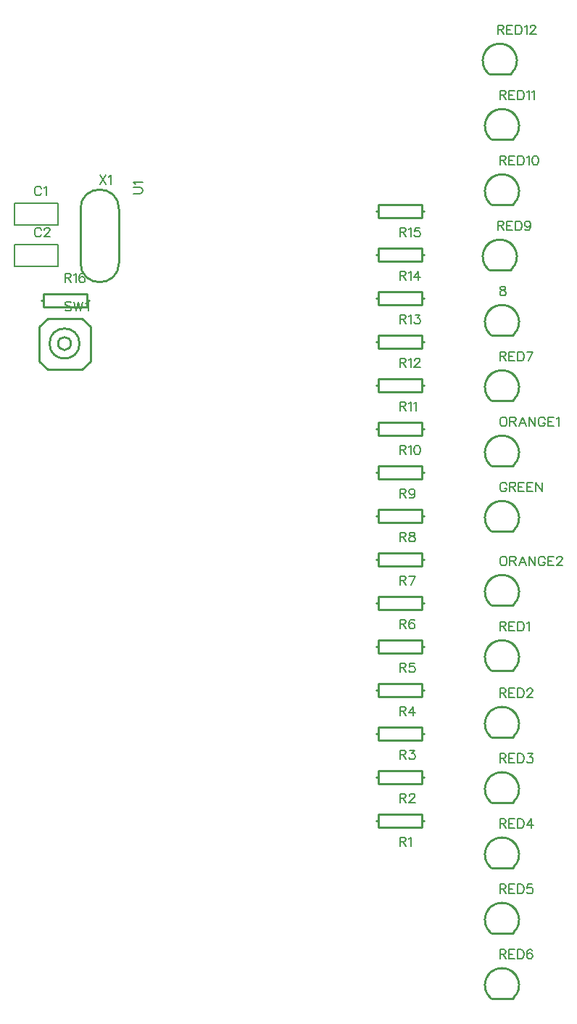
<source format=gto>
G04 ---------------------------- Layer name :TOP SILK LAYER*
G04 EasyEDA v5.8.20, Fri, 26 Oct 2018 20:07:39 GMT*
G04 Gerber Generator version 0.2*
G04 Scale: 100 percent, Rotated: No, Reflected: No *
G04 Dimensions in inches *
G04 leading zeros omitted , absolute positions ,2 integer and 4 decimal *
%FSLAX24Y24*%
%MOIN*%
G90*
G70D02*

%ADD10C,0.010000*%
%ADD19C,0.007900*%
%ADD20C,0.007000*%

%LPD*%
G54D10*
G01X23900Y31400D02*
G01X24903Y31397D01*
G01X23900Y19000D02*
G01X24903Y18997D01*
G01X23900Y22400D02*
G01X24903Y22397D01*
G01X23900Y16000D02*
G01X24903Y15997D01*
G01X23900Y12938D02*
G01X24903Y12935D01*
G01X23900Y9938D02*
G01X24903Y9935D01*
G01X23800Y34400D02*
G01X24803Y34397D01*
G01X23900Y28400D02*
G01X24903Y28397D01*
G01X23900Y6938D02*
G01X24903Y6935D01*
G01X23900Y3938D02*
G01X24903Y3935D01*
G01X23900Y938D02*
G01X24903Y935D01*
G01X23800Y43400D02*
G01X24803Y43397D01*
G01X23900Y40400D02*
G01X24903Y40397D01*
G01X23900Y37400D02*
G01X24903Y37397D01*
G01X23900Y25400D02*
G01X24903Y25397D01*
G01X20700Y8800D02*
G01X18700Y8800D01*
G01X18700Y8800D02*
G01X18700Y9100D01*
G01X18700Y9100D02*
G01X18700Y9400D01*
G01X18700Y9400D02*
G01X20700Y9400D01*
G01X20700Y9400D02*
G01X20700Y9100D01*
G01X20700Y9100D02*
G01X20700Y8800D01*
G01X18700Y9100D02*
G01X18600Y9100D01*
G01X20700Y9100D02*
G01X20800Y9100D01*
G01X20700Y10800D02*
G01X18700Y10800D01*
G01X18700Y10800D02*
G01X18700Y11100D01*
G01X18700Y11100D02*
G01X18700Y11400D01*
G01X18700Y11400D02*
G01X20700Y11400D01*
G01X20700Y11400D02*
G01X20700Y11100D01*
G01X20700Y11100D02*
G01X20700Y10800D01*
G01X18700Y11100D02*
G01X18600Y11100D01*
G01X20700Y11100D02*
G01X20800Y11100D01*
G01X20700Y12800D02*
G01X18700Y12800D01*
G01X18700Y12800D02*
G01X18700Y13100D01*
G01X18700Y13100D02*
G01X18700Y13400D01*
G01X18700Y13400D02*
G01X20700Y13400D01*
G01X20700Y13400D02*
G01X20700Y13100D01*
G01X20700Y13100D02*
G01X20700Y12800D01*
G01X18700Y13100D02*
G01X18600Y13100D01*
G01X20700Y13100D02*
G01X20800Y13100D01*
G01X20700Y14800D02*
G01X18700Y14800D01*
G01X18700Y14800D02*
G01X18700Y15100D01*
G01X18700Y15100D02*
G01X18700Y15400D01*
G01X18700Y15400D02*
G01X20700Y15400D01*
G01X20700Y15400D02*
G01X20700Y15100D01*
G01X20700Y15100D02*
G01X20700Y14800D01*
G01X18700Y15100D02*
G01X18600Y15100D01*
G01X20700Y15100D02*
G01X20800Y15100D01*
G01X20700Y16800D02*
G01X18700Y16800D01*
G01X18700Y16800D02*
G01X18700Y17100D01*
G01X18700Y17100D02*
G01X18700Y17400D01*
G01X18700Y17400D02*
G01X20700Y17400D01*
G01X20700Y17400D02*
G01X20700Y17100D01*
G01X20700Y17100D02*
G01X20700Y16800D01*
G01X18700Y17100D02*
G01X18600Y17100D01*
G01X20700Y17100D02*
G01X20800Y17100D01*
G01X20700Y18800D02*
G01X18700Y18800D01*
G01X18700Y18800D02*
G01X18700Y19100D01*
G01X18700Y19100D02*
G01X18700Y19400D01*
G01X18700Y19400D02*
G01X20700Y19400D01*
G01X20700Y19400D02*
G01X20700Y19100D01*
G01X20700Y19100D02*
G01X20700Y18800D01*
G01X18700Y19100D02*
G01X18600Y19100D01*
G01X20700Y19100D02*
G01X20800Y19100D01*
G01X20700Y20800D02*
G01X18700Y20800D01*
G01X18700Y20800D02*
G01X18700Y21100D01*
G01X18700Y21100D02*
G01X18700Y21400D01*
G01X18700Y21400D02*
G01X20700Y21400D01*
G01X20700Y21400D02*
G01X20700Y21100D01*
G01X20700Y21100D02*
G01X20700Y20800D01*
G01X18700Y21100D02*
G01X18600Y21100D01*
G01X20700Y21100D02*
G01X20800Y21100D01*
G01X20700Y22800D02*
G01X18700Y22800D01*
G01X18700Y22800D02*
G01X18700Y23100D01*
G01X18700Y23100D02*
G01X18700Y23400D01*
G01X18700Y23400D02*
G01X20700Y23400D01*
G01X20700Y23400D02*
G01X20700Y23100D01*
G01X20700Y23100D02*
G01X20700Y22800D01*
G01X18700Y23100D02*
G01X18600Y23100D01*
G01X20700Y23100D02*
G01X20800Y23100D01*
G01X20700Y24800D02*
G01X18700Y24800D01*
G01X18700Y24800D02*
G01X18700Y25100D01*
G01X18700Y25100D02*
G01X18700Y25400D01*
G01X18700Y25400D02*
G01X20700Y25400D01*
G01X20700Y25400D02*
G01X20700Y25100D01*
G01X20700Y25100D02*
G01X20700Y24800D01*
G01X18700Y25100D02*
G01X18600Y25100D01*
G01X20700Y25100D02*
G01X20800Y25100D01*
G01X20700Y26800D02*
G01X18700Y26800D01*
G01X18700Y26800D02*
G01X18700Y27100D01*
G01X18700Y27100D02*
G01X18700Y27400D01*
G01X18700Y27400D02*
G01X20700Y27400D01*
G01X20700Y27400D02*
G01X20700Y27100D01*
G01X20700Y27100D02*
G01X20700Y26800D01*
G01X18700Y27100D02*
G01X18600Y27100D01*
G01X20700Y27100D02*
G01X20800Y27100D01*
G01X20700Y28800D02*
G01X18700Y28800D01*
G01X18700Y28800D02*
G01X18700Y29100D01*
G01X18700Y29100D02*
G01X18700Y29400D01*
G01X18700Y29400D02*
G01X20700Y29400D01*
G01X20700Y29400D02*
G01X20700Y29100D01*
G01X20700Y29100D02*
G01X20700Y28800D01*
G01X18700Y29100D02*
G01X18600Y29100D01*
G01X20700Y29100D02*
G01X20800Y29100D01*
G01X20700Y30800D02*
G01X18700Y30800D01*
G01X18700Y30800D02*
G01X18700Y31100D01*
G01X18700Y31100D02*
G01X18700Y31400D01*
G01X18700Y31400D02*
G01X20700Y31400D01*
G01X20700Y31400D02*
G01X20700Y31100D01*
G01X20700Y31100D02*
G01X20700Y30800D01*
G01X18700Y31100D02*
G01X18600Y31100D01*
G01X20700Y31100D02*
G01X20800Y31100D01*
G01X20700Y32800D02*
G01X18700Y32800D01*
G01X18700Y32800D02*
G01X18700Y33100D01*
G01X18700Y33100D02*
G01X18700Y33400D01*
G01X18700Y33400D02*
G01X20700Y33400D01*
G01X20700Y33400D02*
G01X20700Y33100D01*
G01X20700Y33100D02*
G01X20700Y32800D01*
G01X18700Y33100D02*
G01X18600Y33100D01*
G01X20700Y33100D02*
G01X20800Y33100D01*
G01X20700Y34800D02*
G01X18700Y34800D01*
G01X18700Y34800D02*
G01X18700Y35100D01*
G01X18700Y35100D02*
G01X18700Y35400D01*
G01X18700Y35400D02*
G01X20700Y35400D01*
G01X20700Y35400D02*
G01X20700Y35100D01*
G01X20700Y35100D02*
G01X20700Y34800D01*
G01X18700Y35100D02*
G01X18600Y35100D01*
G01X20700Y35100D02*
G01X20800Y35100D01*
G01X20700Y36800D02*
G01X18700Y36800D01*
G01X18700Y36800D02*
G01X18700Y37100D01*
G01X18700Y37100D02*
G01X18700Y37400D01*
G01X18700Y37400D02*
G01X20700Y37400D01*
G01X20700Y37400D02*
G01X20700Y37100D01*
G01X20700Y37100D02*
G01X20700Y36800D01*
G01X18700Y37100D02*
G01X18600Y37100D01*
G01X20700Y37100D02*
G01X20800Y37100D01*
G01X3118Y31787D02*
G01X3512Y32181D01*
G01X5087Y32181D01*
G01X5481Y31787D01*
G01X5481Y30212D01*
G01X5087Y29818D01*
G01X3512Y29818D01*
G01X3118Y30212D01*
G01X3118Y31787D01*
G01X3300Y33300D02*
G01X5300Y33300D01*
G01X5300Y33300D02*
G01X5300Y33000D01*
G01X5300Y33000D02*
G01X5300Y32700D01*
G01X5300Y32700D02*
G01X3300Y32700D01*
G01X3300Y32700D02*
G01X3300Y33000D01*
G01X3300Y33000D02*
G01X3300Y33300D01*
G01X5300Y33000D02*
G01X5400Y33000D01*
G01X3300Y33000D02*
G01X3200Y33000D01*
G54D19*
G01X3989Y37469D02*
G01X1988Y37469D01*
G01X1988Y36469D01*
G01X3989Y36469D01*
G01X3989Y37469D01*
G01X3989Y35569D02*
G01X1988Y35569D01*
G01X1988Y34569D01*
G01X3989Y34569D01*
G01X3989Y35569D01*
G54D10*
G01X6785Y34724D02*
G01X6785Y37204D01*
G01X5014Y34724D02*
G01X5014Y37204D01*
G54D20*
G01X24402Y33644D02*
G01X24340Y33625D01*
G01X24319Y33584D01*
G01X24319Y33542D01*
G01X24340Y33502D01*
G01X24381Y33482D01*
G01X24464Y33461D01*
G01X24525Y33440D01*
G01X24565Y33400D01*
G01X24585Y33359D01*
G01X24585Y33298D01*
G01X24565Y33257D01*
G01X24544Y33236D01*
G01X24484Y33215D01*
G01X24402Y33215D01*
G01X24340Y33236D01*
G01X24319Y33257D01*
G01X24300Y33298D01*
G01X24300Y33359D01*
G01X24319Y33400D01*
G01X24360Y33440D01*
G01X24422Y33461D01*
G01X24505Y33482D01*
G01X24544Y33502D01*
G01X24565Y33542D01*
G01X24565Y33584D01*
G01X24544Y33625D01*
G01X24484Y33644D01*
G01X24402Y33644D01*
G01X24422Y21244D02*
G01X24381Y21225D01*
G01X24340Y21184D01*
G01X24319Y21142D01*
G01X24300Y21082D01*
G01X24300Y20980D01*
G01X24319Y20917D01*
G01X24340Y20877D01*
G01X24381Y20836D01*
G01X24422Y20815D01*
G01X24505Y20815D01*
G01X24544Y20836D01*
G01X24585Y20877D01*
G01X24606Y20917D01*
G01X24627Y20980D01*
G01X24627Y21082D01*
G01X24606Y21142D01*
G01X24585Y21184D01*
G01X24544Y21225D01*
G01X24505Y21244D01*
G01X24422Y21244D01*
G01X24761Y21244D02*
G01X24761Y20815D01*
G01X24761Y21244D02*
G01X24946Y21244D01*
G01X25007Y21225D01*
G01X25027Y21205D01*
G01X25048Y21163D01*
G01X25048Y21123D01*
G01X25027Y21082D01*
G01X25007Y21061D01*
G01X24946Y21040D01*
G01X24761Y21040D01*
G01X24905Y21040D02*
G01X25048Y20815D01*
G01X25347Y21244D02*
G01X25184Y20815D01*
G01X25347Y21244D02*
G01X25510Y20815D01*
G01X25244Y20959D02*
G01X25450Y20959D01*
G01X25646Y21244D02*
G01X25646Y20815D01*
G01X25646Y21244D02*
G01X25931Y20815D01*
G01X25931Y21244D02*
G01X25931Y20815D01*
G01X26373Y21142D02*
G01X26353Y21184D01*
G01X26313Y21225D01*
G01X26272Y21244D01*
G01X26189Y21244D01*
G01X26148Y21225D01*
G01X26107Y21184D01*
G01X26088Y21142D01*
G01X26067Y21082D01*
G01X26067Y20980D01*
G01X26088Y20917D01*
G01X26107Y20877D01*
G01X26148Y20836D01*
G01X26189Y20815D01*
G01X26272Y20815D01*
G01X26313Y20836D01*
G01X26353Y20877D01*
G01X26373Y20917D01*
G01X26373Y20980D01*
G01X26272Y20980D02*
G01X26373Y20980D01*
G01X26509Y21244D02*
G01X26509Y20815D01*
G01X26509Y21244D02*
G01X26775Y21244D01*
G01X26509Y21040D02*
G01X26672Y21040D01*
G01X26509Y20815D02*
G01X26775Y20815D01*
G01X26930Y21142D02*
G01X26930Y21163D01*
G01X26951Y21205D01*
G01X26971Y21225D01*
G01X27011Y21244D01*
G01X27093Y21244D01*
G01X27135Y21225D01*
G01X27155Y21205D01*
G01X27176Y21163D01*
G01X27176Y21123D01*
G01X27155Y21082D01*
G01X27114Y21019D01*
G01X26910Y20815D01*
G01X27196Y20815D01*
G01X24606Y24542D02*
G01X24585Y24584D01*
G01X24544Y24625D01*
G01X24505Y24644D01*
G01X24422Y24644D01*
G01X24381Y24625D01*
G01X24340Y24584D01*
G01X24319Y24542D01*
G01X24300Y24482D01*
G01X24300Y24380D01*
G01X24319Y24317D01*
G01X24340Y24277D01*
G01X24381Y24236D01*
G01X24422Y24215D01*
G01X24505Y24215D01*
G01X24544Y24236D01*
G01X24585Y24277D01*
G01X24606Y24317D01*
G01X24606Y24380D01*
G01X24505Y24380D02*
G01X24606Y24380D01*
G01X24742Y24644D02*
G01X24742Y24215D01*
G01X24742Y24644D02*
G01X24926Y24644D01*
G01X24986Y24625D01*
G01X25007Y24605D01*
G01X25027Y24563D01*
G01X25027Y24523D01*
G01X25007Y24482D01*
G01X24986Y24461D01*
G01X24926Y24440D01*
G01X24742Y24440D01*
G01X24885Y24440D02*
G01X25027Y24215D01*
G01X25163Y24644D02*
G01X25163Y24215D01*
G01X25163Y24644D02*
G01X25428Y24644D01*
G01X25163Y24440D02*
G01X25327Y24440D01*
G01X25163Y24215D02*
G01X25428Y24215D01*
G01X25564Y24644D02*
G01X25564Y24215D01*
G01X25564Y24644D02*
G01X25830Y24644D01*
G01X25564Y24440D02*
G01X25727Y24440D01*
G01X25564Y24215D02*
G01X25830Y24215D01*
G01X25964Y24644D02*
G01X25964Y24215D01*
G01X25964Y24644D02*
G01X26251Y24215D01*
G01X26251Y24644D02*
G01X26251Y24215D01*
G01X24300Y18244D02*
G01X24300Y17815D01*
G01X24300Y18244D02*
G01X24484Y18244D01*
G01X24544Y18225D01*
G01X24565Y18205D01*
G01X24585Y18163D01*
G01X24585Y18123D01*
G01X24565Y18082D01*
G01X24544Y18061D01*
G01X24484Y18040D01*
G01X24300Y18040D01*
G01X24443Y18040D02*
G01X24585Y17815D01*
G01X24721Y18244D02*
G01X24721Y17815D01*
G01X24721Y18244D02*
G01X24986Y18244D01*
G01X24721Y18040D02*
G01X24885Y18040D01*
G01X24721Y17815D02*
G01X24986Y17815D01*
G01X25122Y18244D02*
G01X25122Y17815D01*
G01X25122Y18244D02*
G01X25264Y18244D01*
G01X25327Y18225D01*
G01X25368Y18184D01*
G01X25388Y18142D01*
G01X25409Y18082D01*
G01X25409Y17980D01*
G01X25388Y17917D01*
G01X25368Y17877D01*
G01X25327Y17836D01*
G01X25264Y17815D01*
G01X25122Y17815D01*
G01X25543Y18163D02*
G01X25585Y18184D01*
G01X25646Y18244D01*
G01X25646Y17815D01*
G01X24300Y15182D02*
G01X24300Y14753D01*
G01X24300Y15182D02*
G01X24484Y15182D01*
G01X24544Y15163D01*
G01X24565Y15142D01*
G01X24585Y15101D01*
G01X24585Y15061D01*
G01X24565Y15019D01*
G01X24544Y14998D01*
G01X24484Y14978D01*
G01X24300Y14978D01*
G01X24443Y14978D02*
G01X24585Y14753D01*
G01X24721Y15182D02*
G01X24721Y14753D01*
G01X24721Y15182D02*
G01X24986Y15182D01*
G01X24721Y14978D02*
G01X24885Y14978D01*
G01X24721Y14753D02*
G01X24986Y14753D01*
G01X25122Y15182D02*
G01X25122Y14753D01*
G01X25122Y15182D02*
G01X25264Y15182D01*
G01X25327Y15163D01*
G01X25368Y15121D01*
G01X25388Y15080D01*
G01X25409Y15019D01*
G01X25409Y14917D01*
G01X25388Y14855D01*
G01X25368Y14815D01*
G01X25327Y14773D01*
G01X25264Y14753D01*
G01X25122Y14753D01*
G01X25564Y15080D02*
G01X25564Y15101D01*
G01X25585Y15142D01*
G01X25605Y15163D01*
G01X25646Y15182D01*
G01X25727Y15182D01*
G01X25768Y15163D01*
G01X25789Y15142D01*
G01X25810Y15101D01*
G01X25810Y15061D01*
G01X25789Y15019D01*
G01X25747Y14957D01*
G01X25543Y14753D01*
G01X25830Y14753D01*
G01X24300Y12182D02*
G01X24300Y11753D01*
G01X24300Y12182D02*
G01X24484Y12182D01*
G01X24544Y12163D01*
G01X24565Y12142D01*
G01X24585Y12101D01*
G01X24585Y12061D01*
G01X24565Y12019D01*
G01X24544Y11998D01*
G01X24484Y11978D01*
G01X24300Y11978D01*
G01X24443Y11978D02*
G01X24585Y11753D01*
G01X24721Y12182D02*
G01X24721Y11753D01*
G01X24721Y12182D02*
G01X24986Y12182D01*
G01X24721Y11978D02*
G01X24885Y11978D01*
G01X24721Y11753D02*
G01X24986Y11753D01*
G01X25122Y12182D02*
G01X25122Y11753D01*
G01X25122Y12182D02*
G01X25264Y12182D01*
G01X25327Y12163D01*
G01X25368Y12121D01*
G01X25388Y12080D01*
G01X25409Y12019D01*
G01X25409Y11917D01*
G01X25388Y11855D01*
G01X25368Y11815D01*
G01X25327Y11773D01*
G01X25264Y11753D01*
G01X25122Y11753D01*
G01X25585Y12182D02*
G01X25810Y12182D01*
G01X25686Y12019D01*
G01X25747Y12019D01*
G01X25789Y11998D01*
G01X25810Y11978D01*
G01X25830Y11917D01*
G01X25830Y11876D01*
G01X25810Y11815D01*
G01X25768Y11773D01*
G01X25706Y11753D01*
G01X25646Y11753D01*
G01X25585Y11773D01*
G01X25564Y11794D01*
G01X25543Y11836D01*
G01X24200Y36644D02*
G01X24200Y36215D01*
G01X24200Y36644D02*
G01X24384Y36644D01*
G01X24444Y36625D01*
G01X24465Y36605D01*
G01X24485Y36563D01*
G01X24485Y36523D01*
G01X24465Y36482D01*
G01X24444Y36461D01*
G01X24384Y36440D01*
G01X24200Y36440D01*
G01X24343Y36440D02*
G01X24485Y36215D01*
G01X24621Y36644D02*
G01X24621Y36215D01*
G01X24621Y36644D02*
G01X24886Y36644D01*
G01X24621Y36440D02*
G01X24785Y36440D01*
G01X24621Y36215D02*
G01X24886Y36215D01*
G01X25022Y36644D02*
G01X25022Y36215D01*
G01X25022Y36644D02*
G01X25164Y36644D01*
G01X25227Y36625D01*
G01X25268Y36584D01*
G01X25288Y36542D01*
G01X25309Y36482D01*
G01X25309Y36380D01*
G01X25288Y36317D01*
G01X25268Y36277D01*
G01X25227Y36236D01*
G01X25164Y36215D01*
G01X25022Y36215D01*
G01X25710Y36502D02*
G01X25689Y36440D01*
G01X25647Y36400D01*
G01X25586Y36380D01*
G01X25565Y36380D01*
G01X25505Y36400D01*
G01X25464Y36440D01*
G01X25443Y36502D01*
G01X25443Y36523D01*
G01X25464Y36584D01*
G01X25505Y36625D01*
G01X25565Y36644D01*
G01X25586Y36644D01*
G01X25647Y36625D01*
G01X25689Y36584D01*
G01X25710Y36502D01*
G01X25710Y36400D01*
G01X25689Y36298D01*
G01X25647Y36236D01*
G01X25586Y36215D01*
G01X25546Y36215D01*
G01X25485Y36236D01*
G01X25464Y36277D01*
G01X24300Y30644D02*
G01X24300Y30215D01*
G01X24300Y30644D02*
G01X24484Y30644D01*
G01X24544Y30625D01*
G01X24565Y30605D01*
G01X24585Y30563D01*
G01X24585Y30523D01*
G01X24565Y30482D01*
G01X24544Y30461D01*
G01X24484Y30440D01*
G01X24300Y30440D01*
G01X24443Y30440D02*
G01X24585Y30215D01*
G01X24721Y30644D02*
G01X24721Y30215D01*
G01X24721Y30644D02*
G01X24986Y30644D01*
G01X24721Y30440D02*
G01X24885Y30440D01*
G01X24721Y30215D02*
G01X24986Y30215D01*
G01X25122Y30644D02*
G01X25122Y30215D01*
G01X25122Y30644D02*
G01X25264Y30644D01*
G01X25327Y30625D01*
G01X25368Y30584D01*
G01X25388Y30542D01*
G01X25409Y30482D01*
G01X25409Y30380D01*
G01X25388Y30317D01*
G01X25368Y30277D01*
G01X25327Y30236D01*
G01X25264Y30215D01*
G01X25122Y30215D01*
G01X25830Y30644D02*
G01X25625Y30215D01*
G01X25543Y30644D02*
G01X25830Y30644D01*
G01X24300Y9182D02*
G01X24300Y8753D01*
G01X24300Y9182D02*
G01X24484Y9182D01*
G01X24544Y9163D01*
G01X24565Y9142D01*
G01X24585Y9101D01*
G01X24585Y9061D01*
G01X24565Y9019D01*
G01X24544Y8998D01*
G01X24484Y8978D01*
G01X24300Y8978D01*
G01X24443Y8978D02*
G01X24585Y8753D01*
G01X24721Y9182D02*
G01X24721Y8753D01*
G01X24721Y9182D02*
G01X24986Y9182D01*
G01X24721Y8978D02*
G01X24885Y8978D01*
G01X24721Y8753D02*
G01X24986Y8753D01*
G01X25122Y9182D02*
G01X25122Y8753D01*
G01X25122Y9182D02*
G01X25264Y9182D01*
G01X25327Y9163D01*
G01X25368Y9121D01*
G01X25388Y9080D01*
G01X25409Y9019D01*
G01X25409Y8917D01*
G01X25388Y8855D01*
G01X25368Y8815D01*
G01X25327Y8773D01*
G01X25264Y8753D01*
G01X25122Y8753D01*
G01X25747Y9182D02*
G01X25543Y8896D01*
G01X25850Y8896D01*
G01X25747Y9182D02*
G01X25747Y8753D01*
G01X24300Y6182D02*
G01X24300Y5753D01*
G01X24300Y6182D02*
G01X24484Y6182D01*
G01X24544Y6163D01*
G01X24565Y6142D01*
G01X24585Y6101D01*
G01X24585Y6061D01*
G01X24565Y6019D01*
G01X24544Y5998D01*
G01X24484Y5978D01*
G01X24300Y5978D01*
G01X24443Y5978D02*
G01X24585Y5753D01*
G01X24721Y6182D02*
G01X24721Y5753D01*
G01X24721Y6182D02*
G01X24986Y6182D01*
G01X24721Y5978D02*
G01X24885Y5978D01*
G01X24721Y5753D02*
G01X24986Y5753D01*
G01X25122Y6182D02*
G01X25122Y5753D01*
G01X25122Y6182D02*
G01X25264Y6182D01*
G01X25327Y6163D01*
G01X25368Y6121D01*
G01X25388Y6080D01*
G01X25409Y6019D01*
G01X25409Y5917D01*
G01X25388Y5855D01*
G01X25368Y5815D01*
G01X25327Y5773D01*
G01X25264Y5753D01*
G01X25122Y5753D01*
G01X25789Y6182D02*
G01X25585Y6182D01*
G01X25564Y5998D01*
G01X25585Y6019D01*
G01X25646Y6040D01*
G01X25706Y6040D01*
G01X25768Y6019D01*
G01X25810Y5978D01*
G01X25830Y5917D01*
G01X25830Y5876D01*
G01X25810Y5815D01*
G01X25768Y5773D01*
G01X25706Y5753D01*
G01X25646Y5753D01*
G01X25585Y5773D01*
G01X25564Y5794D01*
G01X25543Y5836D01*
G01X24300Y3182D02*
G01X24300Y2753D01*
G01X24300Y3182D02*
G01X24484Y3182D01*
G01X24544Y3163D01*
G01X24565Y3142D01*
G01X24585Y3101D01*
G01X24585Y3061D01*
G01X24565Y3019D01*
G01X24544Y2998D01*
G01X24484Y2978D01*
G01X24300Y2978D01*
G01X24443Y2978D02*
G01X24585Y2753D01*
G01X24721Y3182D02*
G01X24721Y2753D01*
G01X24721Y3182D02*
G01X24986Y3182D01*
G01X24721Y2978D02*
G01X24885Y2978D01*
G01X24721Y2753D02*
G01X24986Y2753D01*
G01X25122Y3182D02*
G01X25122Y2753D01*
G01X25122Y3182D02*
G01X25264Y3182D01*
G01X25327Y3163D01*
G01X25368Y3121D01*
G01X25388Y3080D01*
G01X25409Y3019D01*
G01X25409Y2917D01*
G01X25388Y2855D01*
G01X25368Y2815D01*
G01X25327Y2773D01*
G01X25264Y2753D01*
G01X25122Y2753D01*
G01X25789Y3121D02*
G01X25768Y3163D01*
G01X25706Y3182D01*
G01X25665Y3182D01*
G01X25605Y3163D01*
G01X25564Y3101D01*
G01X25543Y2998D01*
G01X25543Y2896D01*
G01X25564Y2815D01*
G01X25605Y2773D01*
G01X25665Y2753D01*
G01X25686Y2753D01*
G01X25747Y2773D01*
G01X25789Y2815D01*
G01X25810Y2876D01*
G01X25810Y2896D01*
G01X25789Y2957D01*
G01X25747Y2998D01*
G01X25686Y3019D01*
G01X25665Y3019D01*
G01X25605Y2998D01*
G01X25564Y2957D01*
G01X25543Y2896D01*
G01X24200Y45644D02*
G01X24200Y45215D01*
G01X24200Y45644D02*
G01X24384Y45644D01*
G01X24444Y45625D01*
G01X24465Y45605D01*
G01X24485Y45563D01*
G01X24485Y45523D01*
G01X24465Y45482D01*
G01X24444Y45461D01*
G01X24384Y45440D01*
G01X24200Y45440D01*
G01X24343Y45440D02*
G01X24485Y45215D01*
G01X24621Y45644D02*
G01X24621Y45215D01*
G01X24621Y45644D02*
G01X24886Y45644D01*
G01X24621Y45440D02*
G01X24785Y45440D01*
G01X24621Y45215D02*
G01X24886Y45215D01*
G01X25022Y45644D02*
G01X25022Y45215D01*
G01X25022Y45644D02*
G01X25164Y45644D01*
G01X25227Y45625D01*
G01X25268Y45584D01*
G01X25288Y45542D01*
G01X25309Y45482D01*
G01X25309Y45380D01*
G01X25288Y45317D01*
G01X25268Y45277D01*
G01X25227Y45236D01*
G01X25164Y45215D01*
G01X25022Y45215D01*
G01X25443Y45563D02*
G01X25485Y45584D01*
G01X25546Y45644D01*
G01X25546Y45215D01*
G01X25701Y45542D02*
G01X25701Y45563D01*
G01X25722Y45605D01*
G01X25742Y45625D01*
G01X25782Y45644D01*
G01X25864Y45644D01*
G01X25906Y45625D01*
G01X25926Y45605D01*
G01X25947Y45563D01*
G01X25947Y45523D01*
G01X25926Y45482D01*
G01X25885Y45419D01*
G01X25681Y45215D01*
G01X25967Y45215D01*
G01X24300Y42644D02*
G01X24300Y42215D01*
G01X24300Y42644D02*
G01X24484Y42644D01*
G01X24544Y42625D01*
G01X24565Y42605D01*
G01X24585Y42563D01*
G01X24585Y42523D01*
G01X24565Y42482D01*
G01X24544Y42461D01*
G01X24484Y42440D01*
G01X24300Y42440D01*
G01X24443Y42440D02*
G01X24585Y42215D01*
G01X24721Y42644D02*
G01X24721Y42215D01*
G01X24721Y42644D02*
G01X24986Y42644D01*
G01X24721Y42440D02*
G01X24885Y42440D01*
G01X24721Y42215D02*
G01X24986Y42215D01*
G01X25122Y42644D02*
G01X25122Y42215D01*
G01X25122Y42644D02*
G01X25264Y42644D01*
G01X25327Y42625D01*
G01X25368Y42584D01*
G01X25388Y42542D01*
G01X25409Y42482D01*
G01X25409Y42380D01*
G01X25388Y42317D01*
G01X25368Y42277D01*
G01X25327Y42236D01*
G01X25264Y42215D01*
G01X25122Y42215D01*
G01X25543Y42563D02*
G01X25585Y42584D01*
G01X25646Y42644D01*
G01X25646Y42215D01*
G01X25781Y42563D02*
G01X25822Y42584D01*
G01X25882Y42644D01*
G01X25882Y42215D01*
G01X24300Y39644D02*
G01X24300Y39215D01*
G01X24300Y39644D02*
G01X24484Y39644D01*
G01X24544Y39625D01*
G01X24565Y39605D01*
G01X24585Y39563D01*
G01X24585Y39523D01*
G01X24565Y39482D01*
G01X24544Y39461D01*
G01X24484Y39440D01*
G01X24300Y39440D01*
G01X24443Y39440D02*
G01X24585Y39215D01*
G01X24721Y39644D02*
G01X24721Y39215D01*
G01X24721Y39644D02*
G01X24986Y39644D01*
G01X24721Y39440D02*
G01X24885Y39440D01*
G01X24721Y39215D02*
G01X24986Y39215D01*
G01X25122Y39644D02*
G01X25122Y39215D01*
G01X25122Y39644D02*
G01X25264Y39644D01*
G01X25327Y39625D01*
G01X25368Y39584D01*
G01X25388Y39542D01*
G01X25409Y39482D01*
G01X25409Y39380D01*
G01X25388Y39317D01*
G01X25368Y39277D01*
G01X25327Y39236D01*
G01X25264Y39215D01*
G01X25122Y39215D01*
G01X25543Y39563D02*
G01X25585Y39584D01*
G01X25646Y39644D01*
G01X25646Y39215D01*
G01X25903Y39644D02*
G01X25842Y39625D01*
G01X25801Y39563D01*
G01X25781Y39461D01*
G01X25781Y39400D01*
G01X25801Y39298D01*
G01X25842Y39236D01*
G01X25903Y39215D01*
G01X25944Y39215D01*
G01X26006Y39236D01*
G01X26047Y39298D01*
G01X26067Y39400D01*
G01X26067Y39461D01*
G01X26047Y39563D01*
G01X26006Y39625D01*
G01X25944Y39644D01*
G01X25903Y39644D01*
G01X24422Y27644D02*
G01X24381Y27625D01*
G01X24340Y27584D01*
G01X24319Y27542D01*
G01X24300Y27482D01*
G01X24300Y27380D01*
G01X24319Y27317D01*
G01X24340Y27277D01*
G01X24381Y27236D01*
G01X24422Y27215D01*
G01X24505Y27215D01*
G01X24544Y27236D01*
G01X24585Y27277D01*
G01X24606Y27317D01*
G01X24627Y27380D01*
G01X24627Y27482D01*
G01X24606Y27542D01*
G01X24585Y27584D01*
G01X24544Y27625D01*
G01X24505Y27644D01*
G01X24422Y27644D01*
G01X24761Y27644D02*
G01X24761Y27215D01*
G01X24761Y27644D02*
G01X24946Y27644D01*
G01X25007Y27625D01*
G01X25027Y27605D01*
G01X25048Y27563D01*
G01X25048Y27523D01*
G01X25027Y27482D01*
G01X25007Y27461D01*
G01X24946Y27440D01*
G01X24761Y27440D01*
G01X24905Y27440D02*
G01X25048Y27215D01*
G01X25347Y27644D02*
G01X25184Y27215D01*
G01X25347Y27644D02*
G01X25510Y27215D01*
G01X25244Y27359D02*
G01X25450Y27359D01*
G01X25646Y27644D02*
G01X25646Y27215D01*
G01X25646Y27644D02*
G01X25931Y27215D01*
G01X25931Y27644D02*
G01X25931Y27215D01*
G01X26373Y27542D02*
G01X26353Y27584D01*
G01X26313Y27625D01*
G01X26272Y27644D01*
G01X26189Y27644D01*
G01X26148Y27625D01*
G01X26107Y27584D01*
G01X26088Y27542D01*
G01X26067Y27482D01*
G01X26067Y27380D01*
G01X26088Y27317D01*
G01X26107Y27277D01*
G01X26148Y27236D01*
G01X26189Y27215D01*
G01X26272Y27215D01*
G01X26313Y27236D01*
G01X26353Y27277D01*
G01X26373Y27317D01*
G01X26373Y27380D01*
G01X26272Y27380D02*
G01X26373Y27380D01*
G01X26509Y27644D02*
G01X26509Y27215D01*
G01X26509Y27644D02*
G01X26775Y27644D01*
G01X26509Y27440D02*
G01X26672Y27440D01*
G01X26509Y27215D02*
G01X26775Y27215D01*
G01X26910Y27563D02*
G01X26951Y27584D01*
G01X27011Y27644D01*
G01X27011Y27215D01*
G01X19700Y8344D02*
G01X19700Y7915D01*
G01X19700Y8344D02*
G01X19884Y8344D01*
G01X19944Y8325D01*
G01X19965Y8305D01*
G01X19985Y8263D01*
G01X19985Y8223D01*
G01X19965Y8182D01*
G01X19944Y8161D01*
G01X19884Y8140D01*
G01X19700Y8140D01*
G01X19843Y8140D02*
G01X19985Y7915D01*
G01X20121Y8263D02*
G01X20161Y8284D01*
G01X20223Y8344D01*
G01X20223Y7915D01*
G01X19700Y10344D02*
G01X19700Y9915D01*
G01X19700Y10344D02*
G01X19884Y10344D01*
G01X19944Y10325D01*
G01X19965Y10305D01*
G01X19985Y10263D01*
G01X19985Y10223D01*
G01X19965Y10182D01*
G01X19944Y10161D01*
G01X19884Y10140D01*
G01X19700Y10140D01*
G01X19843Y10140D02*
G01X19985Y9915D01*
G01X20142Y10242D02*
G01X20142Y10263D01*
G01X20161Y10305D01*
G01X20182Y10325D01*
G01X20223Y10344D01*
G01X20305Y10344D01*
G01X20346Y10325D01*
G01X20367Y10305D01*
G01X20386Y10263D01*
G01X20386Y10223D01*
G01X20367Y10182D01*
G01X20326Y10119D01*
G01X20121Y9915D01*
G01X20407Y9915D01*
G01X19700Y12344D02*
G01X19700Y11915D01*
G01X19700Y12344D02*
G01X19884Y12344D01*
G01X19944Y12325D01*
G01X19965Y12305D01*
G01X19985Y12263D01*
G01X19985Y12223D01*
G01X19965Y12182D01*
G01X19944Y12161D01*
G01X19884Y12140D01*
G01X19700Y12140D01*
G01X19843Y12140D02*
G01X19985Y11915D01*
G01X20161Y12344D02*
G01X20386Y12344D01*
G01X20264Y12182D01*
G01X20326Y12182D01*
G01X20367Y12161D01*
G01X20386Y12140D01*
G01X20407Y12080D01*
G01X20407Y12038D01*
G01X20386Y11976D01*
G01X20346Y11936D01*
G01X20285Y11915D01*
G01X20223Y11915D01*
G01X20161Y11936D01*
G01X20142Y11957D01*
G01X20121Y11998D01*
G01X19700Y14344D02*
G01X19700Y13915D01*
G01X19700Y14344D02*
G01X19884Y14344D01*
G01X19944Y14325D01*
G01X19965Y14305D01*
G01X19985Y14263D01*
G01X19985Y14223D01*
G01X19965Y14182D01*
G01X19944Y14161D01*
G01X19884Y14140D01*
G01X19700Y14140D01*
G01X19843Y14140D02*
G01X19985Y13915D01*
G01X20326Y14344D02*
G01X20121Y14059D01*
G01X20427Y14059D01*
G01X20326Y14344D02*
G01X20326Y13915D01*
G01X19700Y16344D02*
G01X19700Y15915D01*
G01X19700Y16344D02*
G01X19884Y16344D01*
G01X19944Y16325D01*
G01X19965Y16305D01*
G01X19985Y16263D01*
G01X19985Y16223D01*
G01X19965Y16182D01*
G01X19944Y16161D01*
G01X19884Y16140D01*
G01X19700Y16140D01*
G01X19843Y16140D02*
G01X19985Y15915D01*
G01X20367Y16344D02*
G01X20161Y16344D01*
G01X20142Y16161D01*
G01X20161Y16182D01*
G01X20223Y16201D01*
G01X20285Y16201D01*
G01X20346Y16182D01*
G01X20386Y16140D01*
G01X20407Y16080D01*
G01X20407Y16038D01*
G01X20386Y15976D01*
G01X20346Y15936D01*
G01X20285Y15915D01*
G01X20223Y15915D01*
G01X20161Y15936D01*
G01X20142Y15957D01*
G01X20121Y15998D01*
G01X19700Y18344D02*
G01X19700Y17915D01*
G01X19700Y18344D02*
G01X19884Y18344D01*
G01X19944Y18325D01*
G01X19965Y18305D01*
G01X19985Y18263D01*
G01X19985Y18223D01*
G01X19965Y18182D01*
G01X19944Y18161D01*
G01X19884Y18140D01*
G01X19700Y18140D01*
G01X19843Y18140D02*
G01X19985Y17915D01*
G01X20367Y18284D02*
G01X20346Y18325D01*
G01X20285Y18344D01*
G01X20243Y18344D01*
G01X20182Y18325D01*
G01X20142Y18263D01*
G01X20121Y18161D01*
G01X20121Y18059D01*
G01X20142Y17977D01*
G01X20182Y17936D01*
G01X20243Y17915D01*
G01X20264Y17915D01*
G01X20326Y17936D01*
G01X20367Y17977D01*
G01X20386Y18038D01*
G01X20386Y18059D01*
G01X20367Y18119D01*
G01X20326Y18161D01*
G01X20264Y18182D01*
G01X20243Y18182D01*
G01X20182Y18161D01*
G01X20142Y18119D01*
G01X20121Y18059D01*
G01X19700Y20344D02*
G01X19700Y19915D01*
G01X19700Y20344D02*
G01X19884Y20344D01*
G01X19944Y20325D01*
G01X19965Y20305D01*
G01X19985Y20263D01*
G01X19985Y20223D01*
G01X19965Y20182D01*
G01X19944Y20161D01*
G01X19884Y20140D01*
G01X19700Y20140D01*
G01X19843Y20140D02*
G01X19985Y19915D01*
G01X20407Y20344D02*
G01X20202Y19915D01*
G01X20121Y20344D02*
G01X20407Y20344D01*
G01X19700Y22344D02*
G01X19700Y21915D01*
G01X19700Y22344D02*
G01X19884Y22344D01*
G01X19944Y22325D01*
G01X19965Y22305D01*
G01X19985Y22263D01*
G01X19985Y22223D01*
G01X19965Y22182D01*
G01X19944Y22161D01*
G01X19884Y22140D01*
G01X19700Y22140D01*
G01X19843Y22140D02*
G01X19985Y21915D01*
G01X20223Y22344D02*
G01X20161Y22325D01*
G01X20142Y22284D01*
G01X20142Y22242D01*
G01X20161Y22202D01*
G01X20202Y22182D01*
G01X20285Y22161D01*
G01X20346Y22140D01*
G01X20386Y22100D01*
G01X20407Y22059D01*
G01X20407Y21998D01*
G01X20386Y21957D01*
G01X20367Y21936D01*
G01X20305Y21915D01*
G01X20223Y21915D01*
G01X20161Y21936D01*
G01X20142Y21957D01*
G01X20121Y21998D01*
G01X20121Y22059D01*
G01X20142Y22100D01*
G01X20182Y22140D01*
G01X20243Y22161D01*
G01X20326Y22182D01*
G01X20367Y22202D01*
G01X20386Y22242D01*
G01X20386Y22284D01*
G01X20367Y22325D01*
G01X20305Y22344D01*
G01X20223Y22344D01*
G01X19700Y24344D02*
G01X19700Y23915D01*
G01X19700Y24344D02*
G01X19884Y24344D01*
G01X19944Y24325D01*
G01X19965Y24305D01*
G01X19985Y24263D01*
G01X19985Y24223D01*
G01X19965Y24182D01*
G01X19944Y24161D01*
G01X19884Y24140D01*
G01X19700Y24140D01*
G01X19843Y24140D02*
G01X19985Y23915D01*
G01X20386Y24202D02*
G01X20367Y24140D01*
G01X20326Y24100D01*
G01X20264Y24080D01*
G01X20243Y24080D01*
G01X20182Y24100D01*
G01X20142Y24140D01*
G01X20121Y24202D01*
G01X20121Y24223D01*
G01X20142Y24284D01*
G01X20182Y24325D01*
G01X20243Y24344D01*
G01X20264Y24344D01*
G01X20326Y24325D01*
G01X20367Y24284D01*
G01X20386Y24202D01*
G01X20386Y24100D01*
G01X20367Y23998D01*
G01X20326Y23936D01*
G01X20264Y23915D01*
G01X20223Y23915D01*
G01X20161Y23936D01*
G01X20142Y23977D01*
G01X19700Y26344D02*
G01X19700Y25915D01*
G01X19700Y26344D02*
G01X19884Y26344D01*
G01X19944Y26325D01*
G01X19965Y26305D01*
G01X19985Y26263D01*
G01X19985Y26223D01*
G01X19965Y26182D01*
G01X19944Y26161D01*
G01X19884Y26140D01*
G01X19700Y26140D01*
G01X19843Y26140D02*
G01X19985Y25915D01*
G01X20121Y26263D02*
G01X20161Y26284D01*
G01X20223Y26344D01*
G01X20223Y25915D01*
G01X20481Y26344D02*
G01X20419Y26325D01*
G01X20378Y26263D01*
G01X20359Y26161D01*
G01X20359Y26100D01*
G01X20378Y25998D01*
G01X20419Y25936D01*
G01X20481Y25915D01*
G01X20522Y25915D01*
G01X20584Y25936D01*
G01X20625Y25998D01*
G01X20644Y26100D01*
G01X20644Y26161D01*
G01X20625Y26263D01*
G01X20584Y26325D01*
G01X20522Y26344D01*
G01X20481Y26344D01*
G01X19700Y28344D02*
G01X19700Y27915D01*
G01X19700Y28344D02*
G01X19884Y28344D01*
G01X19944Y28325D01*
G01X19965Y28305D01*
G01X19985Y28263D01*
G01X19985Y28223D01*
G01X19965Y28182D01*
G01X19944Y28161D01*
G01X19884Y28140D01*
G01X19700Y28140D01*
G01X19843Y28140D02*
G01X19985Y27915D01*
G01X20121Y28263D02*
G01X20161Y28284D01*
G01X20223Y28344D01*
G01X20223Y27915D01*
G01X20359Y28263D02*
G01X20400Y28284D01*
G01X20460Y28344D01*
G01X20460Y27915D01*
G01X19700Y30344D02*
G01X19700Y29915D01*
G01X19700Y30344D02*
G01X19884Y30344D01*
G01X19944Y30325D01*
G01X19965Y30305D01*
G01X19985Y30263D01*
G01X19985Y30223D01*
G01X19965Y30182D01*
G01X19944Y30161D01*
G01X19884Y30140D01*
G01X19700Y30140D01*
G01X19843Y30140D02*
G01X19985Y29915D01*
G01X20121Y30263D02*
G01X20161Y30284D01*
G01X20223Y30344D01*
G01X20223Y29915D01*
G01X20378Y30242D02*
G01X20378Y30263D01*
G01X20400Y30305D01*
G01X20419Y30325D01*
G01X20460Y30344D01*
G01X20543Y30344D01*
G01X20584Y30325D01*
G01X20603Y30305D01*
G01X20625Y30263D01*
G01X20625Y30223D01*
G01X20603Y30182D01*
G01X20563Y30119D01*
G01X20359Y29915D01*
G01X20644Y29915D01*
G01X19700Y32344D02*
G01X19700Y31915D01*
G01X19700Y32344D02*
G01X19884Y32344D01*
G01X19944Y32325D01*
G01X19965Y32305D01*
G01X19985Y32263D01*
G01X19985Y32223D01*
G01X19965Y32182D01*
G01X19944Y32161D01*
G01X19884Y32140D01*
G01X19700Y32140D01*
G01X19843Y32140D02*
G01X19985Y31915D01*
G01X20121Y32263D02*
G01X20161Y32284D01*
G01X20223Y32344D01*
G01X20223Y31915D01*
G01X20400Y32344D02*
G01X20625Y32344D01*
G01X20502Y32182D01*
G01X20563Y32182D01*
G01X20603Y32161D01*
G01X20625Y32140D01*
G01X20644Y32080D01*
G01X20644Y32038D01*
G01X20625Y31977D01*
G01X20584Y31936D01*
G01X20522Y31915D01*
G01X20460Y31915D01*
G01X20400Y31936D01*
G01X20378Y31957D01*
G01X20359Y31998D01*
G01X19700Y34344D02*
G01X19700Y33915D01*
G01X19700Y34344D02*
G01X19884Y34344D01*
G01X19944Y34325D01*
G01X19965Y34305D01*
G01X19985Y34263D01*
G01X19985Y34223D01*
G01X19965Y34182D01*
G01X19944Y34161D01*
G01X19884Y34140D01*
G01X19700Y34140D01*
G01X19843Y34140D02*
G01X19985Y33915D01*
G01X20121Y34263D02*
G01X20161Y34284D01*
G01X20223Y34344D01*
G01X20223Y33915D01*
G01X20563Y34344D02*
G01X20359Y34059D01*
G01X20664Y34059D01*
G01X20563Y34344D02*
G01X20563Y33915D01*
G01X19700Y36344D02*
G01X19700Y35915D01*
G01X19700Y36344D02*
G01X19884Y36344D01*
G01X19944Y36325D01*
G01X19965Y36305D01*
G01X19985Y36263D01*
G01X19985Y36223D01*
G01X19965Y36182D01*
G01X19944Y36161D01*
G01X19884Y36140D01*
G01X19700Y36140D01*
G01X19843Y36140D02*
G01X19985Y35915D01*
G01X20121Y36263D02*
G01X20161Y36284D01*
G01X20223Y36344D01*
G01X20223Y35915D01*
G01X20603Y36344D02*
G01X20400Y36344D01*
G01X20378Y36161D01*
G01X20400Y36182D01*
G01X20460Y36202D01*
G01X20522Y36202D01*
G01X20584Y36182D01*
G01X20625Y36140D01*
G01X20644Y36080D01*
G01X20644Y36038D01*
G01X20625Y35977D01*
G01X20584Y35936D01*
G01X20522Y35915D01*
G01X20460Y35915D01*
G01X20400Y35936D01*
G01X20378Y35957D01*
G01X20359Y35998D01*
G01X7455Y37900D02*
G01X7760Y37900D01*
G01X7822Y37919D01*
G01X7864Y37961D01*
G01X7884Y38023D01*
G01X7884Y38063D01*
G01X7864Y38125D01*
G01X7822Y38165D01*
G01X7760Y38186D01*
G01X7455Y38186D01*
G01X7535Y38321D02*
G01X7515Y38361D01*
G01X7455Y38423D01*
G01X7884Y38423D01*
G01X4585Y32884D02*
G01X4544Y32925D01*
G01X4484Y32944D01*
G01X4402Y32944D01*
G01X4340Y32925D01*
G01X4300Y32884D01*
G01X4300Y32842D01*
G01X4319Y32802D01*
G01X4340Y32782D01*
G01X4381Y32761D01*
G01X4505Y32719D01*
G01X4544Y32700D01*
G01X4565Y32680D01*
G01X4585Y32638D01*
G01X4585Y32577D01*
G01X4544Y32536D01*
G01X4484Y32515D01*
G01X4402Y32515D01*
G01X4340Y32536D01*
G01X4300Y32577D01*
G01X4721Y32944D02*
G01X4823Y32515D01*
G01X4926Y32944D02*
G01X4823Y32515D01*
G01X4926Y32944D02*
G01X5027Y32515D01*
G01X5130Y32944D02*
G01X5027Y32515D01*
G01X5264Y32863D02*
G01X5306Y32884D01*
G01X5368Y32944D01*
G01X5368Y32515D01*
G01X4300Y34244D02*
G01X4300Y33815D01*
G01X4300Y34244D02*
G01X4484Y34244D01*
G01X4544Y34225D01*
G01X4565Y34205D01*
G01X4585Y34163D01*
G01X4585Y34123D01*
G01X4565Y34082D01*
G01X4544Y34061D01*
G01X4484Y34040D01*
G01X4300Y34040D01*
G01X4443Y34040D02*
G01X4585Y33815D01*
G01X4721Y34163D02*
G01X4761Y34184D01*
G01X4823Y34244D01*
G01X4823Y33815D01*
G01X5203Y34184D02*
G01X5184Y34225D01*
G01X5122Y34244D01*
G01X5081Y34244D01*
G01X5019Y34225D01*
G01X4978Y34163D01*
G01X4959Y34061D01*
G01X4959Y33959D01*
G01X4978Y33877D01*
G01X5019Y33836D01*
G01X5081Y33815D01*
G01X5102Y33815D01*
G01X5163Y33836D01*
G01X5203Y33877D01*
G01X5225Y33938D01*
G01X5225Y33959D01*
G01X5203Y34019D01*
G01X5163Y34061D01*
G01X5102Y34082D01*
G01X5081Y34082D01*
G01X5019Y34061D01*
G01X4978Y34019D01*
G01X4959Y33959D01*
G01X3207Y38142D02*
G01X3186Y38184D01*
G01X3144Y38225D01*
G01X3105Y38244D01*
G01X3023Y38244D01*
G01X2982Y38225D01*
G01X2940Y38184D01*
G01X2919Y38142D01*
G01X2900Y38082D01*
G01X2900Y37980D01*
G01X2919Y37917D01*
G01X2940Y37877D01*
G01X2982Y37836D01*
G01X3023Y37815D01*
G01X3105Y37815D01*
G01X3144Y37836D01*
G01X3186Y37877D01*
G01X3207Y37917D01*
G01X3342Y38163D02*
G01X3382Y38184D01*
G01X3443Y38244D01*
G01X3443Y37815D01*
G01X3207Y36242D02*
G01X3186Y36284D01*
G01X3144Y36325D01*
G01X3105Y36344D01*
G01X3023Y36344D01*
G01X2982Y36325D01*
G01X2940Y36284D01*
G01X2919Y36242D01*
G01X2900Y36182D01*
G01X2900Y36080D01*
G01X2919Y36017D01*
G01X2940Y35977D01*
G01X2982Y35936D01*
G01X3023Y35915D01*
G01X3105Y35915D01*
G01X3144Y35936D01*
G01X3186Y35977D01*
G01X3207Y36017D01*
G01X3361Y36242D02*
G01X3361Y36263D01*
G01X3382Y36305D01*
G01X3402Y36325D01*
G01X3443Y36344D01*
G01X3526Y36344D01*
G01X3567Y36325D01*
G01X3586Y36305D01*
G01X3607Y36263D01*
G01X3607Y36223D01*
G01X3586Y36182D01*
G01X3546Y36119D01*
G01X3342Y35915D01*
G01X3627Y35915D01*
G01X5900Y38759D02*
G01X6185Y38330D01*
G01X6185Y38759D02*
G01X5900Y38330D01*
G01X6321Y38678D02*
G01X6361Y38698D01*
G01X6423Y38759D01*
G01X6423Y38330D01*
G54D10*
G75*
G01X24898Y31400D02*
G3X23900Y31400I-499J609D01*
G01*
G75*
G01X24898Y19000D02*
G3X23900Y19000I-499J609D01*
G01*
G75*
G01X24898Y22400D02*
G3X23900Y22400I-499J609D01*
G01*
G75*
G01X24898Y16000D02*
G3X23900Y16000I-499J609D01*
G01*
G75*
G01X24898Y12938D02*
G3X23900Y12938I-499J609D01*
G01*
G75*
G01X24898Y9938D02*
G3X23900Y9938I-499J609D01*
G01*
G75*
G01X24798Y34400D02*
G3X23800Y34400I-499J609D01*
G01*
G75*
G01X24898Y28400D02*
G3X23900Y28400I-499J609D01*
G01*
G75*
G01X24898Y6938D02*
G3X23900Y6938I-499J609D01*
G01*
G75*
G01X24898Y3938D02*
G3X23900Y3938I-499J609D01*
G01*
G75*
G01X24898Y938D02*
G3X23900Y938I-499J609D01*
G01*
G75*
G01X24798Y43400D02*
G3X23800Y43400I-499J609D01*
G01*
G75*
G01X24898Y40400D02*
G3X23900Y40400I-499J609D01*
G01*
G75*
G01X24898Y37400D02*
G3X23900Y37400I-499J609D01*
G01*
G75*
G01X24898Y25400D02*
G3X23900Y25400I-499J609D01*
G01*
G75*
G01X5015Y34725D02*
G3X6785Y34725I885J0D01*
G01*
G75*
G01X6785Y37205D02*
G3X5015Y37205I-885J0D01*
G01*
G75*
G01X4577Y31019D02*
G03X4577Y31019I-295J0D01*
G01*
G75*
G01X4971Y31019D02*
G03X4971Y31019I-689J0D01*
G01*
M00*
M02*

</source>
